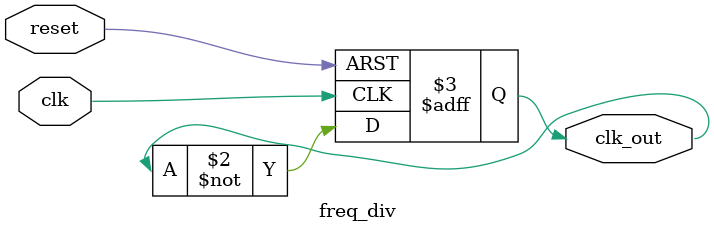
<source format=v>
`timescale 1ns / 1ps

module freq_div(
    input clk,
    input reset,
    output reg clk_out
    );
    
    always @(posedge clk or posedge reset) begin
        if(reset) 
            clk_out = 0;
        else 
            clk_out = ~clk_out;
    end
endmodule

</source>
